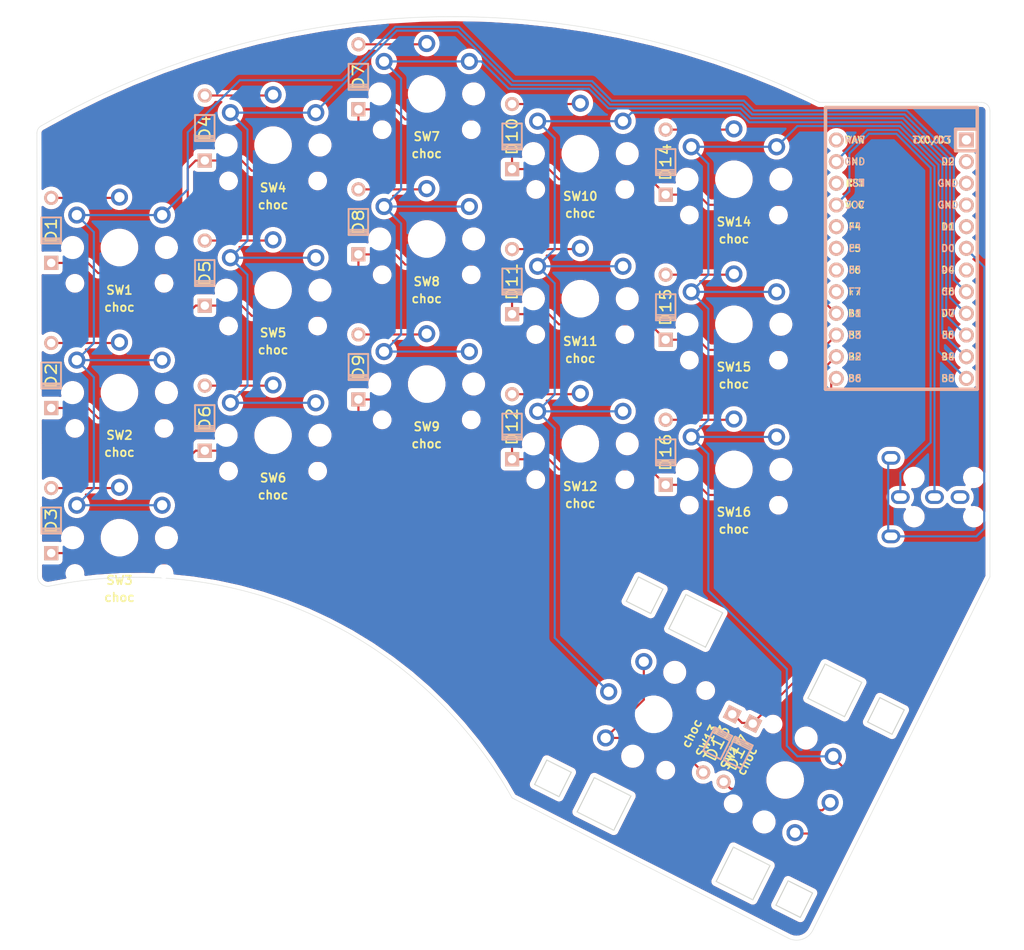
<source format=kicad_pcb>
(kicad_pcb (version 20171130) (host pcbnew 5.1.5)
  (layers (0 F.Cu signal) (31 B.Cu signal) (34 B.Paste user) (35 F.Paste user) (36 B.SilkS user) (37 F.SilkS user) (38 B.Mask user) (39 F.Mask user) (44 Edge.Cuts user))
  (net 0 "")
  (net 1 "Net-(D1-Pad2)")
  (net 2 "Net-(D2-Pad2)")
  (net 3 "Net-(D3-Pad2)")
  (net 4 "Net-(D5-Pad2)")
  (net 5 "Net-(D6-Pad2)")
  (net 6 "Net-(D7-Pad2)")
  (net 7 ROW2)
  (net 8 "Net-(D10-Pad2)")
  (net 9 "Net-(D11-Pad2)")
  (net 10 "Net-(D12-Pad2)")
  (net 11 "Net-(D15-Pad2)")
  (net 12 "Net-(D16-Pad2)")
  (net 13 "Net-(D17-Pad2)")
  (net 14 ROW1)
  (net 15 ROW3)
  (net 16 COL0)
  (net 17 COL1)
  (net 18 COL2)
  (net 19 COL3)
  (net 20 COL4)
  (net 21 ROW0)
  (net 22 SDA)
  (net 23 "Net-(D4-Pad2)")
  (net 24 "Net-(D8-Pad2)")
  (net 25 "Net-(D9-Pad2)")
  (net 26 "Net-(D13-Pad2)")
  (net 27 "Net-(D14-Pad2)")
  (net 28 "Net-(U1-Pad3)")
  (net 29 "Net-(U1-Pad2)")
  (module footprints:promicro (layer B.Cu) (at 125.62 45.37 270)
    (fp_text reference U2 hide)
    (fp_text value ProMicro hide)
    (fp_text user ST (at -8.91 5.04 180) (layer F.SilkS) (effects (font (size 0.8 0.8))))
    (fp_text user TX0/D3 (at -13.97 -3.571872 180) (layer B.SilkS) (effects (font (size 0.8 0.8)) (justify mirror)))
    (fp_text user TX0/D3 (at -13.97 -3.571872 180) (layer F.SilkS) (effects (font (size 0.8 0.8))))
    (fp_text user D2 (at -11.43 -5.461 180) (layer B.SilkS) (effects (font (size 0.8 0.8)) (justify mirror)))
    (fp_text user D0 (at -1.27 -5.461 180) (layer B.SilkS) (effects (font (size 0.8 0.8)) (justify mirror)))
    (fp_text user D1 (at -3.81 -5.461 180) (layer B.SilkS) (effects (font (size 0.8 0.8)) (justify mirror)))
    (fp_text user GND (at -6.35 -5.461 180) (layer B.SilkS) (effects (font (size 0.8 0.8)) (justify mirror)))
    (fp_text user GND (at -8.89 -5.461 180) (layer B.SilkS) (effects (font (size 0.8 0.8)) (justify mirror)))
    (fp_text user D4 (at 1.27 -5.461 180) (layer B.SilkS) (effects (font (size 0.8 0.8)) (justify mirror)))
    (fp_text user C6 (at 3.81 -5.461 180) (layer B.SilkS) (effects (font (size 0.8 0.8)) (justify mirror)))
    (fp_text user D7 (at 6.35 -5.461 180) (layer B.SilkS) (effects (font (size 0.8 0.8)) (justify mirror)))
    (fp_text user E6 (at 8.89 -5.461 180) (layer B.SilkS) (effects (font (size 0.8 0.8)) (justify mirror)))
    (fp_text user B4 (at 11.43 -5.461 180) (layer B.SilkS) (effects (font (size 0.8 0.8)) (justify mirror)))
    (fp_text user B5 (at 13.97 -5.461 180) (layer B.SilkS) (effects (font (size 0.8 0.8)) (justify mirror)))
    (fp_text user B6 (at 13.97 5.461 180) (layer B.SilkS) (effects (font (size 0.8 0.8)) (justify mirror)))
    (fp_text user B2 (at 11.43 5.461 180) (layer F.SilkS) (effects (font (size 0.8 0.8))))
    (fp_text user B3 (at 8.89 5.461 180) (layer B.SilkS) (effects (font (size 0.8 0.8)) (justify mirror)))
    (fp_text user B1 (at 6.35 5.461 180) (layer B.SilkS) (effects (font (size 0.8 0.8)) (justify mirror)))
    (fp_text user F7 (at 3.81 5.461 180) (layer F.SilkS) (effects (font (size 0.8 0.8))))
    (fp_text user F6 (at 1.27 5.461 180) (layer F.SilkS) (effects (font (size 0.8 0.8))))
    (fp_text user F5 (at -1.27 5.461 180) (layer F.SilkS) (effects (font (size 0.8 0.8))))
    (fp_text user F4 (at -3.81 5.461 180) (layer B.SilkS) (effects (font (size 0.8 0.8)) (justify mirror)))
    (fp_text user VCC (at -6.35 5.461 180) (layer B.SilkS) (effects (font (size 0.8 0.8)) (justify mirror)))
    (fp_text user ST (at -8.92 5.73312 180) (layer B.SilkS) (effects (font (size 0.8 0.8)) (justify mirror)))
    (fp_text user GND (at -11.43 5.461 180) (layer B.SilkS) (effects (font (size 0.8 0.8)) (justify mirror)))
    (fp_text user RAW (at -13.97 5.461 180) (layer B.SilkS) (effects (font (size 0.8 0.8)) (justify mirror)))
    (fp_text user RAW (at -13.97 5.461 180) (layer F.SilkS) (effects (font (size 0.8 0.8))))
    (fp_text user GND (at -11.43 5.461 180) (layer F.SilkS) (effects (font (size 0.8 0.8))))
    (fp_text user VCC (at -6.35 5.461 180) (layer F.SilkS) (effects (font (size 0.8 0.8))))
    (fp_text user F4 (at -3.81 5.461 180) (layer F.SilkS) (effects (font (size 0.8 0.8))))
    (fp_text user F5 (at -1.27 5.461 180) (layer B.SilkS) (effects (font (size 0.8 0.8)) (justify mirror)))
    (fp_text user F6 (at 1.27 5.461 180) (layer B.SilkS) (effects (font (size 0.8 0.8)) (justify mirror)))
    (fp_text user F7 (at 3.81 5.461 180) (layer B.SilkS) (effects (font (size 0.8 0.8)) (justify mirror)))
    (fp_text user B1 (at 6.35 5.461 180) (layer F.SilkS) (effects (font (size 0.8 0.8))))
    (fp_text user B3 (at 8.89 5.461 180) (layer F.SilkS) (effects (font (size 0.8 0.8))))
    (fp_text user B2 (at 11.43 5.461 180) (layer B.SilkS) (effects (font (size 0.8 0.8)) (justify mirror)))
    (fp_text user B6 (at 13.97 5.461 180) (layer F.SilkS) (effects (font (size 0.8 0.8))))
    (fp_text user B5 (at 13.97 -5.461 180) (layer F.SilkS) (effects (font (size 0.8 0.8))))
    (fp_text user B4 (at 11.43 -5.461 180) (layer F.SilkS) (effects (font (size 0.8 0.8))))
    (fp_text user E6 (at 8.89 -5.461 180) (layer F.SilkS) (effects (font (size 0.8 0.8))))
    (fp_text user D7 (at 6.35 -5.461 180) (layer F.SilkS) (effects (font (size 0.8 0.8))))
    (fp_text user C6 (at 3.81 -5.461 180) (layer F.SilkS) (effects (font (size 0.8 0.8))))
    (fp_text user D4 (at 1.27 -5.461 180) (layer F.SilkS) (effects (font (size 0.8 0.8))))
    (fp_text user GND (at -8.89 -5.461 180) (layer F.SilkS) (effects (font (size 0.8 0.8))))
    (fp_text user GND (at -6.35 -5.461 180) (layer F.SilkS) (effects (font (size 0.8 0.8))))
    (fp_text user D1 (at -3.81 -5.461 180) (layer F.SilkS) (effects (font (size 0.8 0.8))))
    (fp_text user D0 (at -1.27 -5.461 180) (layer F.SilkS) (effects (font (size 0.8 0.8))))
    (fp_text user D2 (at -11.43 -5.461 180) (layer F.SilkS) (effects (font (size 0.8 0.8))))
    (pad 24 thru_hole circle (at -13.97 7.62 270) (size 1.7526 1.7526) (drill 1.0922) (layers *.Cu *.SilkS *.Mask))
    (pad 12 thru_hole circle (at 13.97 -7.62 270) (size 1.7526 1.7526) (drill 1.0922) (layers *.Cu *.SilkS *.Mask) (net 20 COL4))
    (pad 23 thru_hole circle (at -11.43 7.62 270) (size 1.7526 1.7526) (drill 1.0922) (layers *.Cu *.SilkS *.Mask) (net 28 "Net-(U1-Pad3)"))
    (pad 22 thru_hole circle (at -8.89 7.62 270) (size 1.7526 1.7526) (drill 1.0922) (layers *.Cu *.SilkS *.Mask))
    (pad 21 thru_hole circle (at -6.35 7.62 270) (size 1.7526 1.7526) (drill 1.0922) (layers *.Cu *.SilkS *.Mask) (net 29 "Net-(U1-Pad2)"))
    (pad 20 thru_hole circle (at -3.81 7.62 270) (size 1.7526 1.7526) (drill 1.0922) (layers *.Cu *.SilkS *.Mask))
    (pad 19 thru_hole circle (at -1.27 7.62 270) (size 1.7526 1.7526) (drill 1.0922) (layers *.Cu *.SilkS *.Mask))
    (pad 18 thru_hole circle (at 1.27 7.62 270) (size 1.7526 1.7526) (drill 1.0922) (layers *.Cu *.SilkS *.Mask))
    (pad 17 thru_hole circle (at 3.81 7.62 270) (size 1.7526 1.7526) (drill 1.0922) (layers *.Cu *.SilkS *.Mask))
    (pad 16 thru_hole circle (at 6.35 7.62 270) (size 1.7526 1.7526) (drill 1.0922) (layers *.Cu *.SilkS *.Mask) (net 21 ROW0))
    (pad 15 thru_hole circle (at 8.89 7.62 270) (size 1.7526 1.7526) (drill 1.0922) (layers *.Cu *.SilkS *.Mask) (net 14 ROW1))
    (pad 14 thru_hole circle (at 11.43 7.62 270) (size 1.7526 1.7526) (drill 1.0922) (layers *.Cu *.SilkS *.Mask) (net 7 ROW2))
    (pad 13 thru_hole circle (at 13.97 7.62 270) (size 1.7526 1.7526) (drill 1.0922) (layers *.Cu *.SilkS *.Mask) (net 15 ROW3))
    (pad 11 thru_hole circle (at 11.43 -7.62 270) (size 1.7526 1.7526) (drill 1.0922) (layers *.Cu *.SilkS *.Mask) (net 19 COL3))
    (pad 10 thru_hole circle (at 8.89 -7.62 270) (size 1.7526 1.7526) (drill 1.0922) (layers *.Cu *.SilkS *.Mask) (net 18 COL2))
    (pad 9 thru_hole circle (at 6.35 -7.62 270) (size 1.7526 1.7526) (drill 1.0922) (layers *.Cu *.SilkS *.Mask) (net 17 COL1))
    (pad 8 thru_hole circle (at 3.81 -7.62 270) (size 1.7526 1.7526) (drill 1.0922) (layers *.Cu *.SilkS *.Mask) (net 16 COL0))
    (pad 7 thru_hole circle (at 1.27 -7.62 270) (size 1.7526 1.7526) (drill 1.0922) (layers *.Cu *.SilkS *.Mask))
    (pad 6 thru_hole circle (at -1.27 -7.62 270) (size 1.7526 1.7526) (drill 1.0922) (layers *.Cu *.SilkS *.Mask) (net 22 SDA))
    (pad 5 thru_hole circle (at -3.81 -7.62 270) (size 1.7526 1.7526) (drill 1.0922) (layers *.Cu *.SilkS *.Mask))
    (pad 4 thru_hole circle (at -6.35 -7.62 270) (size 1.7526 1.7526) (drill 1.0922) (layers *.Cu *.SilkS *.Mask))
    (pad 3 thru_hole circle (at -8.89 -7.62 270) (size 1.7526 1.7526) (drill 1.0922) (layers *.Cu *.SilkS *.Mask))
    (pad 2 thru_hole circle (at -11.43 -7.62 270) (size 1.7526 1.7526) (drill 1.0922) (layers *.Cu *.SilkS *.Mask))
    (pad 1 thru_hole rect (at -13.97 -7.62 270) (size 1.7526 1.7526) (drill 1.0922) (layers *.Cu *.SilkS *.Mask))
  )
  (module footprints:trrs (layer B.Cu) (at 135.7 73.25 90)
    (fp_text reference U1)
    (fp_text value TRRS)
    (pad 3 thru_hole oval (at 0 -6.2 90) (size 1.6 2.2) (drill oval 0.9 1.5) (layers *.Cu *.Mask) (net 28 "Net-(U1-Pad3)"))
    (pad "" np_thru_hole circle (at -2.3 -1.6 90) (size 1.5 1.5) (drill 1.5) (layers *.Cu *.Mask))
    (pad "" np_thru_hole circle (at -2.3 -8.6 90) (size 1.5 1.5) (drill 1.5) (layers *.Cu *.Mask))
    (pad 4 thru_hole oval (at 0 -3.2 90) (size 1.6 2.2) (drill oval 0.9 1.5) (layers *.Cu *.Mask))
    (pad 2 thru_hole oval (at 0 -10.2 90) (size 1.6 2.2) (drill oval 0.9 1.5) (layers *.Cu *.Mask) (net 29 "Net-(U1-Pad2)"))
    (pad 1 thru_hole oval (at -4.6 -11.3 90) (size 1.6 2.2) (drill oval 0.9 1.5) (layers *.Cu *.Mask) (net 22 SDA))
    (pad 1 thru_hole oval (at 4.6 -11.3 90) (size 1.6 2.2) (drill oval 0.9 1.5) (layers *.Cu *.Mask) (net 22 SDA))
    (pad "" np_thru_hole circle (at 2.3 -1.6 90) (size 1.5 1.5) (drill 1.5) (layers *.Cu *.Mask))
    (pad "" np_thru_hole circle (at 2.3 -8.6 90) (size 1.5 1.5) (drill 1.5) (layers *.Cu *.Mask))
  )
  (module footprints:choc-2 (layer F.Cu) (at 112 106.4 243.4)
    (fp_text reference SW17 (at 0 7 243.4) (layer F.SilkS) (effects (font (thickness 0.2))))
    (fp_text value choc (at 0 5 243.4) (layer F.SilkS) (effects (font (thickness 0.2))))
    (fp_line (start -9.75 1.9) (end -9.75 -2.9) (layer Edge.Cuts) (width 0.12))
    (fp_line (start -13.6 -8.8) (end -13.6 -5.6) (layer Edge.Cuts) (width 0.12))
    (fp_line (start -14.25 1.9) (end -9.75 1.9) (layer Edge.Cuts) (width 0.12))
    (fp_line (start -13.6 -8.8) (end -10.4 -8.8) (layer Edge.Cuts) (width 0.12))
    (fp_line (start -13.6 -5.6) (end -10.4 -5.6) (layer Edge.Cuts) (width 0.12))
    (fp_line (start -10.4 -5.6) (end -10.4 -8.8) (layer Edge.Cuts) (width 0.12))
    (fp_line (start -14.25 -2.9) (end -14.25 1.9) (layer Edge.Cuts) (width 0.12))
    (fp_line (start -14.25 -2.9) (end -9.75 -2.9) (layer Edge.Cuts) (width 0.12))
    (fp_line (start 13.6 -5.6) (end 13.6 -8.8) (layer Edge.Cuts) (width 0.12))
    (fp_line (start 10.4 -8.8) (end 10.4 -5.6) (layer Edge.Cuts) (width 0.12))
    (fp_line (start 10.4 -5.6) (end 13.6 -5.6) (layer Edge.Cuts) (width 0.12))
    (fp_line (start 10.4 -8.8) (end 13.6 -8.8) (layer Edge.Cuts) (width 0.12))
    (fp_line (start 9.75 -2.9) (end 9.75 1.9) (layer Edge.Cuts) (width 0.12))
    (fp_line (start 14.25 1.9) (end 14.25 -2.9) (layer Edge.Cuts) (width 0.12))
    (fp_line (start 9.75 -2.9) (end 14.25 -2.9) (layer Edge.Cuts) (width 0.12))
    (fp_line (start 9.75 1.9) (end 14.25 1.9) (layer Edge.Cuts) (width 0.12))
    (pad 2 thru_hole circle (at -5 -3.8 243.4) (size 2 2) (drill 1.2) (layers *.Cu *.Mask) (net 20 COL4))
    (pad 2 thru_hole circle (at 5 -3.8 243.4) (size 2 2) (drill 1.2) (layers *.Cu *.Mask) (net 20 COL4))
    (pad 1 thru_hole circle (at 0 -5.9 243.4) (size 2 2) (drill 1.2) (layers *.Cu *.Mask) (net 13 "Net-(D17-Pad2)"))
    (pad "" np_thru_hole circle (at 5.5 0 243.4) (size 1.7 1.7) (drill 1.7) (layers *.Cu *.Mask))
    (pad "" np_thru_hole circle (at -5.5 0 243.4) (size 1.7 1.7) (drill 1.7) (layers *.Cu *.Mask))
    (pad "" np_thru_hole circle (at 5.22 4.2 243.4) (size 1.2 1.2) (drill 1.2) (layers *.Cu *.Mask))
    (pad "" np_thru_hole circle (at -5.22 4.2 243.4) (size 1.2 1.2) (drill 1.2) (layers *.Cu *.Mask))
    (pad "" np_thru_hole circle (at 0 0 243.4) (size 3.4 3.4) (drill 3.4) (layers *.Cu *.Mask))
  )
  (module footprints:choc-1 (layer F.Cu) (at 106 70)
    (fp_text reference SW16 (at 0 5 180) (layer F.SilkS) (effects (font (thickness 0.2))))
    (fp_text value choc (at 0 7 180) (layer F.SilkS) (effects (font (thickness 0.2))))
    (pad 2 thru_hole circle (at 5 -3.8) (size 2 2) (drill 1.2) (layers *.Cu *.Mask) (net 20 COL4))
    (pad 2 thru_hole circle (at -5 -3.8) (size 2 2) (drill 1.2) (layers *.Cu *.Mask) (net 20 COL4))
    (pad 1 thru_hole circle (at 0 -5.9) (size 2 2) (drill 1.2) (layers *.Cu *.Mask) (net 12 "Net-(D16-Pad2)"))
    (pad "" np_thru_hole circle (at 5.5 0) (size 1.7 1.7) (drill 1.7) (layers *.Cu *.Mask))
    (pad "" np_thru_hole circle (at 5.22 4.2) (size 1.2 1.2) (drill 1.2) (layers *.Cu *.Mask))
    (pad "" np_thru_hole circle (at -5.5 0) (size 1.7 1.7) (drill 1.7) (layers *.Cu *.Mask))
    (pad "" np_thru_hole circle (at -5.22 4.2) (size 1.2 1.2) (drill 1.2) (layers *.Cu *.Mask))
    (pad "" np_thru_hole circle (at 0 0) (size 3.4 3.4) (drill 3.4) (layers *.Cu *.Mask))
  )
  (module footprints:choc-1 (layer F.Cu) (at 106 53)
    (fp_text reference SW15 (at 0 5 180) (layer F.SilkS) (effects (font (thickness 0.2))))
    (fp_text value choc (at 0 7 180) (layer F.SilkS) (effects (font (thickness 0.2))))
    (pad 2 thru_hole circle (at 5 -3.8) (size 2 2) (drill 1.2) (layers *.Cu *.Mask) (net 20 COL4))
    (pad 2 thru_hole circle (at -5 -3.8) (size 2 2) (drill 1.2) (layers *.Cu *.Mask) (net 20 COL4))
    (pad 1 thru_hole circle (at 0 -5.9) (size 2 2) (drill 1.2) (layers *.Cu *.Mask) (net 11 "Net-(D15-Pad2)"))
    (pad "" np_thru_hole circle (at 5.5 0) (size 1.7 1.7) (drill 1.7) (layers *.Cu *.Mask))
    (pad "" np_thru_hole circle (at 5.22 4.2) (size 1.2 1.2) (drill 1.2) (layers *.Cu *.Mask))
    (pad "" np_thru_hole circle (at -5.5 0) (size 1.7 1.7) (drill 1.7) (layers *.Cu *.Mask))
    (pad "" np_thru_hole circle (at -5.22 4.2) (size 1.2 1.2) (drill 1.2) (layers *.Cu *.Mask))
    (pad "" np_thru_hole circle (at 0 0) (size 3.4 3.4) (drill 3.4) (layers *.Cu *.Mask))
  )
  (module footprints:choc-1 (layer F.Cu) (at 106 36)
    (fp_text reference SW14 (at 0 5 180) (layer F.SilkS) (effects (font (thickness 0.2))))
    (fp_text value choc (at 0 7 180) (layer F.SilkS) (effects (font (thickness 0.2))))
    (pad 2 thru_hole circle (at 5 -3.8) (size 2 2) (drill 1.2) (layers *.Cu *.Mask) (net 20 COL4))
    (pad 2 thru_hole circle (at -5 -3.8) (size 2 2) (drill 1.2) (layers *.Cu *.Mask) (net 20 COL4))
    (pad 1 thru_hole circle (at 0 -5.9) (size 2 2) (drill 1.2) (layers *.Cu *.Mask) (net 27 "Net-(D14-Pad2)"))
    (pad "" np_thru_hole circle (at 5.5 0) (size 1.7 1.7) (drill 1.7) (layers *.Cu *.Mask))
    (pad "" np_thru_hole circle (at 5.22 4.2) (size 1.2 1.2) (drill 1.2) (layers *.Cu *.Mask))
    (pad "" np_thru_hole circle (at -5.5 0) (size 1.7 1.7) (drill 1.7) (layers *.Cu *.Mask))
    (pad "" np_thru_hole circle (at -5.22 4.2) (size 1.2 1.2) (drill 1.2) (layers *.Cu *.Mask))
    (pad "" np_thru_hole circle (at 0 0) (size 3.4 3.4) (drill 3.4) (layers *.Cu *.Mask))
  )
  (module footprints:choc-2 (layer F.Cu) (at 96.6 98.7 63.4)
    (fp_text reference SW13 (at 0 7 243.4) (layer F.SilkS) (effects (font (thickness 0.2))))
    (fp_text value choc (at 0 5 243.4) (layer F.SilkS) (effects (font (thickness 0.2))))
    (fp_line (start -9.75 1.9) (end -9.75 -2.9) (layer Edge.Cuts) (width 0.12))
    (fp_line (start -13.6 -8.8) (end -13.6 -5.6) (layer Edge.Cuts) (width 0.12))
    (fp_line (start -14.25 1.9) (end -9.75 1.9) (layer Edge.Cuts) (width 0.12))
    (fp_line (start -13.6 -8.8) (end -10.4 -8.8) (layer Edge.Cuts) (width 0.12))
    (fp_line (start -13.6 -5.6) (end -10.4 -5.6) (layer Edge.Cuts) (width 0.12))
    (fp_line (start -10.4 -5.6) (end -10.4 -8.8) (layer Edge.Cuts) (width 0.12))
    (fp_line (start -14.25 -2.9) (end -14.25 1.9) (layer Edge.Cuts) (width 0.12))
    (fp_line (start -14.25 -2.9) (end -9.75 -2.9) (layer Edge.Cuts) (width 0.12))
    (fp_line (start 13.6 -5.6) (end 13.6 -8.8) (layer Edge.Cuts) (width 0.12))
    (fp_line (start 10.4 -8.8) (end 10.4 -5.6) (layer Edge.Cuts) (width 0.12))
    (fp_line (start 10.4 -5.6) (end 13.6 -5.6) (layer Edge.Cuts) (width 0.12))
    (fp_line (start 10.4 -8.8) (end 13.6 -8.8) (layer Edge.Cuts) (width 0.12))
    (fp_line (start 9.75 -2.9) (end 9.75 1.9) (layer Edge.Cuts) (width 0.12))
    (fp_line (start 14.25 1.9) (end 14.25 -2.9) (layer Edge.Cuts) (width 0.12))
    (fp_line (start 9.75 -2.9) (end 14.25 -2.9) (layer Edge.Cuts) (width 0.12))
    (fp_line (start 9.75 1.9) (end 14.25 1.9) (layer Edge.Cuts) (width 0.12))
    (pad 2 thru_hole circle (at -5 -3.8 63.4) (size 2 2) (drill 1.2) (layers *.Cu *.Mask) (net 26 "Net-(D13-Pad2)"))
    (pad 2 thru_hole circle (at 5 -3.8 63.4) (size 2 2) (drill 1.2) (layers *.Cu *.Mask) (net 26 "Net-(D13-Pad2)"))
    (pad 1 thru_hole circle (at 0 -5.9 63.4) (size 2 2) (drill 1.2) (layers *.Cu *.Mask) (net 19 COL3))
    (pad "" np_thru_hole circle (at 5.5 0 63.4) (size 1.7 1.7) (drill 1.7) (layers *.Cu *.Mask))
    (pad "" np_thru_hole circle (at -5.5 0 63.4) (size 1.7 1.7) (drill 1.7) (layers *.Cu *.Mask))
    (pad "" np_thru_hole circle (at 5.22 4.2 63.4) (size 1.2 1.2) (drill 1.2) (layers *.Cu *.Mask))
    (pad "" np_thru_hole circle (at -5.22 4.2 63.4) (size 1.2 1.2) (drill 1.2) (layers *.Cu *.Mask))
    (pad "" np_thru_hole circle (at 0 0 63.4) (size 3.4 3.4) (drill 3.4) (layers *.Cu *.Mask))
  )
  (module footprints:choc-1 (layer F.Cu) (at 88 67)
    (fp_text reference SW12 (at 0 5 180) (layer F.SilkS) (effects (font (thickness 0.2))))
    (fp_text value choc (at 0 7 180) (layer F.SilkS) (effects (font (thickness 0.2))))
    (pad 2 thru_hole circle (at 5 -3.8) (size 2 2) (drill 1.2) (layers *.Cu *.Mask) (net 19 COL3))
    (pad 2 thru_hole circle (at -5 -3.8) (size 2 2) (drill 1.2) (layers *.Cu *.Mask) (net 19 COL3))
    (pad 1 thru_hole circle (at 0 -5.9) (size 2 2) (drill 1.2) (layers *.Cu *.Mask) (net 10 "Net-(D12-Pad2)"))
    (pad "" np_thru_hole circle (at 5.5 0) (size 1.7 1.7) (drill 1.7) (layers *.Cu *.Mask))
    (pad "" np_thru_hole circle (at 5.22 4.2) (size 1.2 1.2) (drill 1.2) (layers *.Cu *.Mask))
    (pad "" np_thru_hole circle (at -5.5 0) (size 1.7 1.7) (drill 1.7) (layers *.Cu *.Mask))
    (pad "" np_thru_hole circle (at -5.22 4.2) (size 1.2 1.2) (drill 1.2) (layers *.Cu *.Mask))
    (pad "" np_thru_hole circle (at 0 0) (size 3.4 3.4) (drill 3.4) (layers *.Cu *.Mask))
  )
  (module footprints:choc-1 (layer F.Cu) (at 88 50)
    (fp_text reference SW11 (at 0 5 180) (layer F.SilkS) (effects (font (thickness 0.2))))
    (fp_text value choc (at 0 7 180) (layer F.SilkS) (effects (font (thickness 0.2))))
    (pad 2 thru_hole circle (at 5 -3.8) (size 2 2) (drill 1.2) (layers *.Cu *.Mask) (net 19 COL3))
    (pad 2 thru_hole circle (at -5 -3.8) (size 2 2) (drill 1.2) (layers *.Cu *.Mask) (net 19 COL3))
    (pad 1 thru_hole circle (at 0 -5.9) (size 2 2) (drill 1.2) (layers *.Cu *.Mask) (net 9 "Net-(D11-Pad2)"))
    (pad "" np_thru_hole circle (at 5.5 0) (size 1.7 1.7) (drill 1.7) (layers *.Cu *.Mask))
    (pad "" np_thru_hole circle (at 5.22 4.2) (size 1.2 1.2) (drill 1.2) (layers *.Cu *.Mask))
    (pad "" np_thru_hole circle (at -5.5 0) (size 1.7 1.7) (drill 1.7) (layers *.Cu *.Mask))
    (pad "" np_thru_hole circle (at -5.22 4.2) (size 1.2 1.2) (drill 1.2) (layers *.Cu *.Mask))
    (pad "" np_thru_hole circle (at 0 0) (size 3.4 3.4) (drill 3.4) (layers *.Cu *.Mask))
  )
  (module footprints:choc-1 (layer F.Cu) (at 88 33)
    (fp_text reference SW10 (at 0 5 180) (layer F.SilkS) (effects (font (thickness 0.2))))
    (fp_text value choc (at 0 7 180) (layer F.SilkS) (effects (font (thickness 0.2))))
    (pad 2 thru_hole circle (at 5 -3.8) (size 2 2) (drill 1.2) (layers *.Cu *.Mask) (net 19 COL3))
    (pad 2 thru_hole circle (at -5 -3.8) (size 2 2) (drill 1.2) (layers *.Cu *.Mask) (net 19 COL3))
    (pad 1 thru_hole circle (at 0 -5.9) (size 2 2) (drill 1.2) (layers *.Cu *.Mask) (net 8 "Net-(D10-Pad2)"))
    (pad "" np_thru_hole circle (at 5.5 0) (size 1.7 1.7) (drill 1.7) (layers *.Cu *.Mask))
    (pad "" np_thru_hole circle (at 5.22 4.2) (size 1.2 1.2) (drill 1.2) (layers *.Cu *.Mask))
    (pad "" np_thru_hole circle (at -5.5 0) (size 1.7 1.7) (drill 1.7) (layers *.Cu *.Mask))
    (pad "" np_thru_hole circle (at -5.22 4.2) (size 1.2 1.2) (drill 1.2) (layers *.Cu *.Mask))
    (pad "" np_thru_hole circle (at 0 0) (size 3.4 3.4) (drill 3.4) (layers *.Cu *.Mask))
  )
  (module footprints:choc-1 (layer F.Cu) (at 70 60)
    (fp_text reference SW9 (at 0 5 180) (layer F.SilkS) (effects (font (thickness 0.2))))
    (fp_text value choc (at 0 7 180) (layer F.SilkS) (effects (font (thickness 0.2))))
    (pad 2 thru_hole circle (at 5 -3.8) (size 2 2) (drill 1.2) (layers *.Cu *.Mask) (net 18 COL2))
    (pad 2 thru_hole circle (at -5 -3.8) (size 2 2) (drill 1.2) (layers *.Cu *.Mask) (net 18 COL2))
    (pad 1 thru_hole circle (at 0 -5.9) (size 2 2) (drill 1.2) (layers *.Cu *.Mask) (net 25 "Net-(D9-Pad2)"))
    (pad "" np_thru_hole circle (at 5.5 0) (size 1.7 1.7) (drill 1.7) (layers *.Cu *.Mask))
    (pad "" np_thru_hole circle (at 5.22 4.2) (size 1.2 1.2) (drill 1.2) (layers *.Cu *.Mask))
    (pad "" np_thru_hole circle (at -5.5 0) (size 1.7 1.7) (drill 1.7) (layers *.Cu *.Mask))
    (pad "" np_thru_hole circle (at -5.22 4.2) (size 1.2 1.2) (drill 1.2) (layers *.Cu *.Mask))
    (pad "" np_thru_hole circle (at 0 0) (size 3.4 3.4) (drill 3.4) (layers *.Cu *.Mask))
  )
  (module footprints:choc-1 (layer F.Cu) (at 70 43)
    (fp_text reference SW8 (at 0 5 180) (layer F.SilkS) (effects (font (thickness 0.2))))
    (fp_text value choc (at 0 7 180) (layer F.SilkS) (effects (font (thickness 0.2))))
    (pad 2 thru_hole circle (at 5 -3.8) (size 2 2) (drill 1.2) (layers *.Cu *.Mask) (net 18 COL2))
    (pad 2 thru_hole circle (at -5 -3.8) (size 2 2) (drill 1.2) (layers *.Cu *.Mask) (net 18 COL2))
    (pad 1 thru_hole circle (at 0 -5.9) (size 2 2) (drill 1.2) (layers *.Cu *.Mask) (net 24 "Net-(D8-Pad2)"))
    (pad "" np_thru_hole circle (at 5.5 0) (size 1.7 1.7) (drill 1.7) (layers *.Cu *.Mask))
    (pad "" np_thru_hole circle (at 5.22 4.2) (size 1.2 1.2) (drill 1.2) (layers *.Cu *.Mask))
    (pad "" np_thru_hole circle (at -5.5 0) (size 1.7 1.7) (drill 1.7) (layers *.Cu *.Mask))
    (pad "" np_thru_hole circle (at -5.22 4.2) (size 1.2 1.2) (drill 1.2) (layers *.Cu *.Mask))
    (pad "" np_thru_hole circle (at 0 0) (size 3.4 3.4) (drill 3.4) (layers *.Cu *.Mask))
  )
  (module footprints:choc-1 (layer F.Cu) (at 70 26)
    (fp_text reference SW7 (at 0 5 180) (layer F.SilkS) (effects (font (thickness 0.2))))
    (fp_text value choc (at 0 7 180) (layer F.SilkS) (effects (font (thickness 0.2))))
    (pad 2 thru_hole circle (at 5 -3.8) (size 2 2) (drill 1.2) (layers *.Cu *.Mask) (net 18 COL2))
    (pad 2 thru_hole circle (at -5 -3.8) (size 2 2) (drill 1.2) (layers *.Cu *.Mask) (net 18 COL2))
    (pad 1 thru_hole circle (at 0 -5.9) (size 2 2) (drill 1.2) (layers *.Cu *.Mask) (net 6 "Net-(D7-Pad2)"))
    (pad "" np_thru_hole circle (at 5.5 0) (size 1.7 1.7) (drill 1.7) (layers *.Cu *.Mask))
    (pad "" np_thru_hole circle (at 5.22 4.2) (size 1.2 1.2) (drill 1.2) (layers *.Cu *.Mask))
    (pad "" np_thru_hole circle (at -5.5 0) (size 1.7 1.7) (drill 1.7) (layers *.Cu *.Mask))
    (pad "" np_thru_hole circle (at -5.22 4.2) (size 1.2 1.2) (drill 1.2) (layers *.Cu *.Mask))
    (pad "" np_thru_hole circle (at 0 0) (size 3.4 3.4) (drill 3.4) (layers *.Cu *.Mask))
  )
  (module footprints:choc-1 (layer F.Cu) (at 52 66)
    (fp_text reference SW6 (at 0 5 180) (layer F.SilkS) (effects (font (thickness 0.2))))
    (fp_text value choc (at 0 7 180) (layer F.SilkS) (effects (font (thickness 0.2))))
    (pad 2 thru_hole circle (at 5 -3.8) (size 2 2) (drill 1.2) (layers *.Cu *.Mask) (net 17 COL1))
    (pad 2 thru_hole circle (at -5 -3.8) (size 2 2) (drill 1.2) (layers *.Cu *.Mask) (net 17 COL1))
    (pad 1 thru_hole circle (at 0 -5.9) (size 2 2) (drill 1.2) (layers *.Cu *.Mask) (net 5 "Net-(D6-Pad2)"))
    (pad "" np_thru_hole circle (at 5.5 0) (size 1.7 1.7) (drill 1.7) (layers *.Cu *.Mask))
    (pad "" np_thru_hole circle (at 5.22 4.2) (size 1.2 1.2) (drill 1.2) (layers *.Cu *.Mask))
    (pad "" np_thru_hole circle (at -5.5 0) (size 1.7 1.7) (drill 1.7) (layers *.Cu *.Mask))
    (pad "" np_thru_hole circle (at -5.22 4.2) (size 1.2 1.2) (drill 1.2) (layers *.Cu *.Mask))
    (pad "" np_thru_hole circle (at 0 0) (size 3.4 3.4) (drill 3.4) (layers *.Cu *.Mask))
  )
  (module footprints:choc-1 (layer F.Cu) (at 52 49)
    (fp_text reference SW5 (at 0 5 180) (layer F.SilkS) (effects (font (thickness 0.2))))
    (fp_text value choc (at 0 7 180) (layer F.SilkS) (effects (font (thickness 0.2))))
    (pad 2 thru_hole circle (at 5 -3.8) (size 2 2) (drill 1.2) (layers *.Cu *.Mask) (net 17 COL1))
    (pad 2 thru_hole circle (at -5 -3.8) (size 2 2) (drill 1.2) (layers *.Cu *.Mask) (net 17 COL1))
    (pad 1 thru_hole circle (at 0 -5.9) (size 2 2) (drill 1.2) (layers *.Cu *.Mask) (net 4 "Net-(D5-Pad2)"))
    (pad "" np_thru_hole circle (at 5.5 0) (size 1.7 1.7) (drill 1.7) (layers *.Cu *.Mask))
    (pad "" np_thru_hole circle (at 5.22 4.2) (size 1.2 1.2) (drill 1.2) (layers *.Cu *.Mask))
    (pad "" np_thru_hole circle (at -5.5 0) (size 1.7 1.7) (drill 1.7) (layers *.Cu *.Mask))
    (pad "" np_thru_hole circle (at -5.22 4.2) (size 1.2 1.2) (drill 1.2) (layers *.Cu *.Mask))
    (pad "" np_thru_hole circle (at 0 0) (size 3.4 3.4) (drill 3.4) (layers *.Cu *.Mask))
  )
  (module footprints:choc-1 (layer F.Cu) (at 52 32)
    (fp_text reference SW4 (at 0 5 180) (layer F.SilkS) (effects (font (thickness 0.2))))
    (fp_text value choc (at 0 7 180) (layer F.SilkS) (effects (font (thickness 0.2))))
    (pad 2 thru_hole circle (at 5 -3.8) (size 2 2) (drill 1.2) (layers *.Cu *.Mask) (net 17 COL1))
    (pad 2 thru_hole circle (at -5 -3.8) (size 2 2) (drill 1.2) (layers *.Cu *.Mask) (net 17 COL1))
    (pad 1 thru_hole circle (at 0 -5.9) (size 2 2) (drill 1.2) (layers *.Cu *.Mask) (net 23 "Net-(D4-Pad2)"))
    (pad "" np_thru_hole circle (at 5.5 0) (size 1.7 1.7) (drill 1.7) (layers *.Cu *.Mask))
    (pad "" np_thru_hole circle (at 5.22 4.2) (size 1.2 1.2) (drill 1.2) (layers *.Cu *.Mask))
    (pad "" np_thru_hole circle (at -5.5 0) (size 1.7 1.7) (drill 1.7) (layers *.Cu *.Mask))
    (pad "" np_thru_hole circle (at -5.22 4.2) (size 1.2 1.2) (drill 1.2) (layers *.Cu *.Mask))
    (pad "" np_thru_hole circle (at 0 0) (size 3.4 3.4) (drill 3.4) (layers *.Cu *.Mask))
  )
  (module footprints:choc-1 (layer F.Cu) (at 34 78)
    (fp_text reference SW3 (at 0 5 180) (layer F.SilkS) (effects (font (thickness 0.2))))
    (fp_text value choc (at 0 7 180) (layer F.SilkS) (effects (font (thickness 0.2))))
    (pad 2 thru_hole circle (at 5 -3.8) (size 2 2) (drill 1.2) (layers *.Cu *.Mask) (net 16 COL0))
    (pad 2 thru_hole circle (at -5 -3.8) (size 2 2) (drill 1.2) (layers *.Cu *.Mask) (net 16 COL0))
    (pad 1 thru_hole circle (at 0 -5.9) (size 2 2) (drill 1.2) (layers *.Cu *.Mask) (net 3 "Net-(D3-Pad2)"))
    (pad "" np_thru_hole circle (at 5.5 0) (size 1.7 1.7) (drill 1.7) (layers *.Cu *.Mask))
    (pad "" np_thru_hole circle (at 5.22 4.2) (size 1.2 1.2) (drill 1.2) (layers *.Cu *.Mask))
    (pad "" np_thru_hole circle (at -5.5 0) (size 1.7 1.7) (drill 1.7) (layers *.Cu *.Mask))
    (pad "" np_thru_hole circle (at -5.22 4.2) (size 1.2 1.2) (drill 1.2) (layers *.Cu *.Mask))
    (pad "" np_thru_hole circle (at 0 0) (size 3.4 3.4) (drill 3.4) (layers *.Cu *.Mask))
  )
  (module footprints:choc-1 (layer F.Cu) (at 34 61)
    (fp_text reference SW2 (at 0 5 180) (layer F.SilkS) (effects (font (thickness 0.2))))
    (fp_text value choc (at 0 7 180) (layer F.SilkS) (effects (font (thickness 0.2))))
    (pad 2 thru_hole circle (at 5 -3.8) (size 2 2) (drill 1.2) (layers *.Cu *.Mask) (net 16 COL0))
    (pad 2 thru_hole circle (at -5 -3.8) (size 2 2) (drill 1.2) (layers *.Cu *.Mask) (net 16 COL0))
    (pad 1 thru_hole circle (at 0 -5.9) (size 2 2) (drill 1.2) (layers *.Cu *.Mask) (net 2 "Net-(D2-Pad2)"))
    (pad "" np_thru_hole circle (at 5.5 0) (size 1.7 1.7) (drill 1.7) (layers *.Cu *.Mask))
    (pad "" np_thru_hole circle (at 5.22 4.2) (size 1.2 1.2) (drill 1.2) (layers *.Cu *.Mask))
    (pad "" np_thru_hole circle (at -5.5 0) (size 1.7 1.7) (drill 1.7) (layers *.Cu *.Mask))
    (pad "" np_thru_hole circle (at -5.22 4.2) (size 1.2 1.2) (drill 1.2) (layers *.Cu *.Mask))
    (pad "" np_thru_hole circle (at 0 0) (size 3.4 3.4) (drill 3.4) (layers *.Cu *.Mask))
  )
  (module footprints:choc-1 (layer F.Cu) (at 34 44)
    (fp_text reference SW1 (at 0 5 180) (layer F.SilkS) (effects (font (thickness 0.2))))
    (fp_text value choc (at 0 7 180) (layer F.SilkS) (effects (font (thickness 0.2))))
    (pad 2 thru_hole circle (at 5 -3.8) (size 2 2) (drill 1.2) (layers *.Cu *.Mask) (net 16 COL0))
    (pad 2 thru_hole circle (at -5 -3.8) (size 2 2) (drill 1.2) (layers *.Cu *.Mask) (net 16 COL0))
    (pad 1 thru_hole circle (at 0 -5.9) (size 2 2) (drill 1.2) (layers *.Cu *.Mask) (net 1 "Net-(D1-Pad2)"))
    (pad "" np_thru_hole circle (at 5.5 0) (size 1.7 1.7) (drill 1.7) (layers *.Cu *.Mask))
    (pad "" np_thru_hole circle (at 5.22 4.2) (size 1.2 1.2) (drill 1.2) (layers *.Cu *.Mask))
    (pad "" np_thru_hole circle (at -5.5 0) (size 1.7 1.7) (drill 1.7) (layers *.Cu *.Mask))
    (pad "" np_thru_hole circle (at -5.22 4.2) (size 1.2 1.2) (drill 1.2) (layers *.Cu *.Mask))
    (pad "" np_thru_hole circle (at 0 0) (size 3.4 3.4) (drill 3.4) (layers *.Cu *.Mask))
  )
  (module footprints:diode (layer F.Cu) (at 106.5 103.2 63.4)
    (fp_text reference D17 (at 0 0 63.4) (layer F.SilkS) (effects (font (size 1.27 1.524) (thickness 0.2032))))
    (fp_text value D hide)
    (pad 1 thru_hole rect (at 3.81 0 63.4) (size 1.651 1.651) (drill 0.9906) (layers *.Cu *.SilkS *.Mask) (net 15 ROW3))
    (pad 2 thru_hole circle (at -3.81 0 63.4) (size 1.651 1.651) (drill 0.9906) (layers *.Cu *.SilkS *.Mask) (net 13 "Net-(D17-Pad2)"))
  )
  (module footprints:diode (layer F.Cu) (at 98 68 270)
    (fp_text reference D16 (at 0 0 90) (layer F.SilkS) (effects (font (size 1.27 1.524) (thickness 0.2032))))
    (fp_text value D hide)
    (pad 1 thru_hole rect (at 3.81 0 270) (size 1.651 1.651) (drill 0.9906) (layers *.Cu *.SilkS *.Mask) (net 7 ROW2))
    (pad 2 thru_hole circle (at -3.81 0 270) (size 1.651 1.651) (drill 0.9906) (layers *.Cu *.SilkS *.Mask) (net 12 "Net-(D16-Pad2)"))
  )
  (module footprints:diode (layer F.Cu) (at 98 51 270)
    (fp_text reference D15 (at 0 0 90) (layer F.SilkS) (effects (font (size 1.27 1.524) (thickness 0.2032))))
    (fp_text value D hide)
    (pad 1 thru_hole rect (at 3.81 0 270) (size 1.651 1.651) (drill 0.9906) (layers *.Cu *.SilkS *.Mask) (net 14 ROW1))
    (pad 2 thru_hole circle (at -3.81 0 270) (size 1.651 1.651) (drill 0.9906) (layers *.Cu *.SilkS *.Mask) (net 11 "Net-(D15-Pad2)"))
  )
  (module footprints:diode (layer F.Cu) (at 98 34 270)
    (fp_text reference D14 (at 0 0 90) (layer F.SilkS) (effects (font (size 1.27 1.524) (thickness 0.2032))))
    (fp_text value D hide)
    (pad 1 thru_hole rect (at 3.81 0 270) (size 1.651 1.651) (drill 0.9906) (layers *.Cu *.SilkS *.Mask) (net 21 ROW0))
    (pad 2 thru_hole circle (at -3.81 0 270) (size 1.651 1.651) (drill 0.9906) (layers *.Cu *.SilkS *.Mask) (net 27 "Net-(D14-Pad2)"))
  )
  (module footprints:diode (layer F.Cu) (at 104.1 102.1 63.4)
    (fp_text reference D13 (at 0 0 63.4) (layer F.SilkS) (effects (font (size 1.27 1.524) (thickness 0.2032))))
    (fp_text value D hide)
    (pad 1 thru_hole rect (at 3.81 0 63.4) (size 1.651 1.651) (drill 0.9906) (layers *.Cu *.SilkS *.Mask) (net 15 ROW3))
    (pad 2 thru_hole circle (at -3.81 0 63.4) (size 1.651 1.651) (drill 0.9906) (layers *.Cu *.SilkS *.Mask) (net 26 "Net-(D13-Pad2)"))
  )
  (module footprints:diode (layer F.Cu) (at 80 65 270)
    (fp_text reference D12 (at 0 0 90) (layer F.SilkS) (effects (font (size 1.27 1.524) (thickness 0.2032))))
    (fp_text value D hide)
    (pad 1 thru_hole rect (at 3.81 0 270) (size 1.651 1.651) (drill 0.9906) (layers *.Cu *.SilkS *.Mask) (net 7 ROW2))
    (pad 2 thru_hole circle (at -3.81 0 270) (size 1.651 1.651) (drill 0.9906) (layers *.Cu *.SilkS *.Mask) (net 10 "Net-(D12-Pad2)"))
  )
  (module footprints:diode (layer F.Cu) (at 80 48 270)
    (fp_text reference D11 (at 0 0 90) (layer F.SilkS) (effects (font (size 1.27 1.524) (thickness 0.2032))))
    (fp_text value D hide)
    (pad 1 thru_hole rect (at 3.81 0 270) (size 1.651 1.651) (drill 0.9906) (layers *.Cu *.SilkS *.Mask) (net 14 ROW1))
    (pad 2 thru_hole circle (at -3.81 0 270) (size 1.651 1.651) (drill 0.9906) (layers *.Cu *.SilkS *.Mask) (net 9 "Net-(D11-Pad2)"))
  )
  (module footprints:diode (layer F.Cu) (at 80 31 270)
    (fp_text reference D10 (at 0 0 90) (layer F.SilkS) (effects (font (size 1.27 1.524) (thickness 0.2032))))
    (fp_text value D hide)
    (pad 1 thru_hole rect (at 3.81 0 270) (size 1.651 1.651) (drill 0.9906) (layers *.Cu *.SilkS *.Mask) (net 21 ROW0))
    (pad 2 thru_hole circle (at -3.81 0 270) (size 1.651 1.651) (drill 0.9906) (layers *.Cu *.SilkS *.Mask) (net 8 "Net-(D10-Pad2)"))
  )
  (module footprints:diode (layer F.Cu) (at 62 58 270)
    (fp_text reference D9 (at 0 0 90) (layer F.SilkS) (effects (font (size 1.27 1.524) (thickness 0.2032))))
    (fp_text value D hide)
    (pad 1 thru_hole rect (at 3.81 0 270) (size 1.651 1.651) (drill 0.9906) (layers *.Cu *.SilkS *.Mask) (net 7 ROW2))
    (pad 2 thru_hole circle (at -3.81 0 270) (size 1.651 1.651) (drill 0.9906) (layers *.Cu *.SilkS *.Mask) (net 25 "Net-(D9-Pad2)"))
  )
  (module footprints:diode (layer F.Cu) (at 62 41 270)
    (fp_text reference D8 (at 0 0 90) (layer F.SilkS) (effects (font (size 1.27 1.524) (thickness 0.2032))))
    (fp_text value D hide)
    (pad 1 thru_hole rect (at 3.81 0 270) (size 1.651 1.651) (drill 0.9906) (layers *.Cu *.SilkS *.Mask) (net 14 ROW1))
    (pad 2 thru_hole circle (at -3.81 0 270) (size 1.651 1.651) (drill 0.9906) (layers *.Cu *.SilkS *.Mask) (net 24 "Net-(D8-Pad2)"))
  )
  (module footprints:diode (layer F.Cu) (at 62 24 270)
    (fp_text reference D7 (at 0 0 90) (layer F.SilkS) (effects (font (size 1.27 1.524) (thickness 0.2032))))
    (fp_text value D hide)
    (pad 1 thru_hole rect (at 3.81 0 270) (size 1.651 1.651) (drill 0.9906) (layers *.Cu *.SilkS *.Mask) (net 21 ROW0))
    (pad 2 thru_hole circle (at -3.81 0 270) (size 1.651 1.651) (drill 0.9906) (layers *.Cu *.SilkS *.Mask) (net 6 "Net-(D7-Pad2)"))
  )
  (module footprints:diode (layer F.Cu) (at 44 64 270)
    (fp_text reference D6 (at 0 0 90) (layer F.SilkS) (effects (font (size 1.27 1.524) (thickness 0.2032))))
    (fp_text value D hide)
    (pad 1 thru_hole rect (at 3.81 0 270) (size 1.651 1.651) (drill 0.9906) (layers *.Cu *.SilkS *.Mask) (net 7 ROW2))
    (pad 2 thru_hole circle (at -3.81 0 270) (size 1.651 1.651) (drill 0.9906) (layers *.Cu *.SilkS *.Mask) (net 5 "Net-(D6-Pad2)"))
  )
  (module footprints:diode (layer F.Cu) (at 44 47 270)
    (fp_text reference D5 (at 0 0 90) (layer F.SilkS) (effects (font (size 1.27 1.524) (thickness 0.2032))))
    (fp_text value D hide)
    (pad 1 thru_hole rect (at 3.81 0 270) (size 1.651 1.651) (drill 0.9906) (layers *.Cu *.SilkS *.Mask) (net 14 ROW1))
    (pad 2 thru_hole circle (at -3.81 0 270) (size 1.651 1.651) (drill 0.9906) (layers *.Cu *.SilkS *.Mask) (net 4 "Net-(D5-Pad2)"))
  )
  (module footprints:diode (layer F.Cu) (at 44 30 270)
    (fp_text reference D4 (at 0 0 90) (layer F.SilkS) (effects (font (size 1.27 1.524) (thickness 0.2032))))
    (fp_text value D hide)
    (pad 1 thru_hole rect (at 3.81 0 270) (size 1.651 1.651) (drill 0.9906) (layers *.Cu *.SilkS *.Mask) (net 21 ROW0))
    (pad 2 thru_hole circle (at -3.81 0 270) (size 1.651 1.651) (drill 0.9906) (layers *.Cu *.SilkS *.Mask) (net 23 "Net-(D4-Pad2)"))
  )
  (module footprints:diode (layer F.Cu) (at 26 76 270)
    (fp_text reference D3 (at 0 0 90) (layer F.SilkS) (effects (font (size 1.27 1.524) (thickness 0.2032))))
    (fp_text value D hide)
    (pad 1 thru_hole rect (at 3.81 0 270) (size 1.651 1.651) (drill 0.9906) (layers *.Cu *.SilkS *.Mask) (net 7 ROW2))
    (pad 2 thru_hole circle (at -3.81 0 270) (size 1.651 1.651) (drill 0.9906) (layers *.Cu *.SilkS *.Mask) (net 3 "Net-(D3-Pad2)"))
  )
  (module footprints:diode (layer F.Cu) (at 26 59 270)
    (fp_text reference D2 (at 0 0 90) (layer F.SilkS) (effects (font (size 1.27 1.524) (thickness 0.2032))))
    (fp_text value D hide)
    (pad 1 thru_hole rect (at 3.81 0 270) (size 1.651 1.651) (drill 0.9906) (layers *.Cu *.SilkS *.Mask) (net 14 ROW1))
    (pad 2 thru_hole circle (at -3.81 0 270) (size 1.651 1.651) (drill 0.9906) (layers *.Cu *.SilkS *.Mask) (net 2 "Net-(D2-Pad2)"))
  )
  (module footprints:diode (layer F.Cu) (at 26 42 270)
    (fp_text reference D1 (at 0 0 90) (layer F.SilkS) (effects (font (size 1.27 1.524) (thickness 0.2032))))
    (fp_text value D hide)
    (pad 1 thru_hole rect (at 3.81 0 270) (size 1.651 1.651) (drill 0.9906) (layers *.Cu *.SilkS *.Mask) (net 21 ROW0))
    (pad 2 thru_hole circle (at -3.81 0 270) (size 1.651 1.651) (drill 0.9906) (layers *.Cu *.SilkS *.Mask) (net 1 "Net-(D1-Pad2)"))
  )
  (gr_line (start 25.701312 83.703074) (end 25.6 83.7) (layer Edge.Cuts) (width 0.05))
  (gr_arc (start 25.3 30.6) (end 24.905363 29.709398) (angle -66.10123284) (layer Edge.Cuts) (width 0.05))
  (gr_arc (start 25.6 82.5) (end 24.4 82.5) (angle -90) (layer Edge.Cuts) (width 0.05))
  (gr_line (start 24.32588 30.599999) (end 24.4 82.5) (layer Edge.Cuts) (width 0.05))
  (gr_arc (start 113.342023 123.018911) (end 112.342024 124.91891) (angle -93.53079528) (layer Edge.Cuts) (width 0.05))
  (gr_arc (start 135 28) (end 136 28) (angle -90) (layer Edge.Cuts) (width 0.05))
  (gr_arc (start 36 133) (end 79.999999 108.500001) (angle -72.69017094) (layer Edge.Cuts) (width 0.05))
  (gr_line (start 116 27) (end 135 27) (layer Edge.Cuts) (width 0.05))
  (gr_arc (start 73 114) (end 116 27) (angle -56.00928778) (layer Edge.Cuts) (width 0.05))
  (gr_line (start 80 108.5) (end 112.342024 124.91891) (layer Edge.Cuts) (width 0.05))
  (gr_line (start 136 82.6) (end 136 28) (layer Edge.Cuts) (width 0.05))
  (gr_line (start 115.3 123.9) (end 136 82.6) (layer Edge.Cuts) (width 0.05))
  (segment (start 33.91 38.19) (end 34 38.1) (width 0.25) (layer F.Cu) (net 1))
  (segment (start 26 38.19) (end 33.91 38.19) (width 0.25) (layer F.Cu) (net 1))
  (segment (start 33.91 55.19) (end 34 55.1) (width 0.25) (layer F.Cu) (net 2))
  (segment (start 26 55.19) (end 33.91 55.19) (width 0.25) (layer F.Cu) (net 2))
  (segment (start 33.91 72.19) (end 34 72.1) (width 0.25) (layer F.Cu) (net 3))
  (segment (start 26 72.19) (end 33.91 72.19) (width 0.25) (layer F.Cu) (net 3))
  (segment (start 51.91 43.19) (end 52 43.1) (width 0.25) (layer F.Cu) (net 4))
  (segment (start 44 43.19) (end 51.91 43.19) (width 0.25) (layer F.Cu) (net 4))
  (segment (start 51.91 60.19) (end 52 60.1) (width 0.25) (layer F.Cu) (net 5))
  (segment (start 44 60.19) (end 51.91 60.19) (width 0.25) (layer F.Cu) (net 5))
  (segment (start 69.91 20.19) (end 70 20.1) (width 0.25) (layer F.Cu) (net 6))
  (segment (start 62 20.19) (end 69.91 20.19) (width 0.25) (layer F.Cu) (net 6))
  (segment (start 48.31 67.81) (end 49.5 69) (width 0.25) (layer F.Cu) (net 7))
  (segment (start 30.31 79.81) (end 31.5 81) (width 0.25) (layer F.Cu) (net 7))
  (segment (start 26 79.81) (end 30.31 79.81) (width 0.25) (layer F.Cu) (net 7))
  (segment (start 44 67.81) (end 48.31 67.81) (width 0.25) (layer F.Cu) (net 7))
  (segment (start 49.5 69) (end 58 69) (width 0.25) (layer F.Cu) (net 7))
  (segment (start 62 65) (end 58 69) (width 0.25) (layer F.Cu) (net 7))
  (segment (start 62 61.81) (end 62 65) (width 0.25) (layer F.Cu) (net 7))
  (segment (start 67.5 63) (end 76.5 63) (width 0.25) (layer F.Cu) (net 7))
  (segment (start 42.9245 67.81) (end 44 67.81) (width 0.25) (layer F.Cu) (net 7))
  (segment (start 42 68.7345) (end 42.9245 67.81) (width 0.25) (layer F.Cu) (net 7))
  (segment (start 42 79) (end 42 68.7345) (width 0.25) (layer F.Cu) (net 7))
  (segment (start 80 66.5) (end 80 68.81) (width 0.25) (layer F.Cu) (net 7))
  (segment (start 66.31 61.81) (end 67.5 63) (width 0.25) (layer F.Cu) (net 7))
  (segment (start 62 61.81) (end 66.31 61.81) (width 0.25) (layer F.Cu) (net 7))
  (segment (start 76.5 63) (end 80 66.5) (width 0.25) (layer F.Cu) (net 7))
  (segment (start 40 81) (end 42 79) (width 0.25) (layer F.Cu) (net 7))
  (segment (start 31.5 81) (end 40 81) (width 0.25) (layer F.Cu) (net 7))
  (segment (start 96.19 70) (end 98 71.81) (width 0.25) (layer F.Cu) (net 7))
  (segment (start 85.5 70) (end 96.19 70) (width 0.25) (layer F.Cu) (net 7))
  (segment (start 80 68.81) (end 84.31 68.81) (width 0.25) (layer F.Cu) (net 7))
  (segment (start 84.31 68.81) (end 85.5 70) (width 0.25) (layer F.Cu) (net 7))
  (segment (start 103 73) (end 114 73) (width 0.25) (layer F.Cu) (net 7))
  (segment (start 98 71.81) (end 101.81 71.81) (width 0.25) (layer F.Cu) (net 7))
  (segment (start 101.81 71.81) (end 103 73) (width 0.25) (layer F.Cu) (net 7))
  (segment (start 115.85 58.87) (end 117.92 56.8) (width 0.25) (layer F.Cu) (net 7))
  (segment (start 114 73) (end 115.85 71.15) (width 0.25) (layer F.Cu) (net 7))
  (segment (start 115.85 71.15) (end 115.85 58.87) (width 0.25) (layer F.Cu) (net 7))
  (segment (start 87.91 27.19) (end 88 27.1) (width 0.25) (layer F.Cu) (net 8))
  (segment (start 80 27.19) (end 87.91 27.19) (width 0.25) (layer F.Cu) (net 8))
  (segment (start 87.91 44.19) (end 88 44.1) (width 0.25) (layer F.Cu) (net 9))
  (segment (start 80 44.19) (end 87.91 44.19) (width 0.25) (layer F.Cu) (net 9))
  (segment (start 87.91 61.19) (end 88 61.1) (width 0.25) (layer F.Cu) (net 10))
  (segment (start 80 61.19) (end 87.91 61.19) (width 0.25) (layer F.Cu) (net 10))
  (segment (start 105.91 47.19) (end 106 47.1) (width 0.25) (layer F.Cu) (net 11))
  (segment (start 98 47.19) (end 105.91 47.19) (width 0.25) (layer F.Cu) (net 11))
  (segment (start 105.91 64.19) (end 106 64.1) (width 0.25) (layer F.Cu) (net 12))
  (segment (start 98 64.19) (end 105.91 64.19) (width 0.25) (layer F.Cu) (net 12))
  (segment (start 116.37551 109.941779) (end 117.27551 109.041779) (width 0.25) (layer F.Cu) (net 13))
  (segment (start 110.341779 109.941779) (end 116.37551 109.941779) (width 0.25) (layer F.Cu) (net 13))
  (segment (start 104.794038 106.606728) (end 105.619537 107.432227) (width 0.25) (layer F.Cu) (net 13))
  (segment (start 107.832227 107.432227) (end 110.341779 109.941779) (width 0.25) (layer F.Cu) (net 13))
  (segment (start 105.619537 107.432227) (end 107.832227 107.432227) (width 0.25) (layer F.Cu) (net 13))
  (segment (start 48.31 50.81) (end 49.5 52) (width 0.25) (layer F.Cu) (net 14))
  (segment (start 30.31 62.81) (end 31.5 64) (width 0.25) (layer F.Cu) (net 14))
  (segment (start 26 62.81) (end 30.31 62.81) (width 0.25) (layer F.Cu) (net 14))
  (segment (start 44 50.81) (end 48.31 50.81) (width 0.25) (layer F.Cu) (net 14))
  (segment (start 49.5 52) (end 58 52) (width 0.25) (layer F.Cu) (net 14))
  (segment (start 62 48) (end 58 52) (width 0.25) (layer F.Cu) (net 14))
  (segment (start 62 44.81) (end 62 48) (width 0.25) (layer F.Cu) (net 14))
  (segment (start 67.5 46) (end 76.5 46) (width 0.25) (layer F.Cu) (net 14))
  (segment (start 42.9245 50.81) (end 44 50.81) (width 0.25) (layer F.Cu) (net 14))
  (segment (start 42 51.7345) (end 42.9245 50.81) (width 0.25) (layer F.Cu) (net 14))
  (segment (start 42 62) (end 42 51.7345) (width 0.25) (layer F.Cu) (net 14))
  (segment (start 80 49.5) (end 80 51.81) (width 0.25) (layer F.Cu) (net 14))
  (segment (start 66.31 44.81) (end 67.5 46) (width 0.25) (layer F.Cu) (net 14))
  (segment (start 62 44.81) (end 66.31 44.81) (width 0.25) (layer F.Cu) (net 14))
  (segment (start 76.5 46) (end 80 49.5) (width 0.25) (layer F.Cu) (net 14))
  (segment (start 40 64) (end 42 62) (width 0.25) (layer F.Cu) (net 14))
  (segment (start 31.5 64) (end 40 64) (width 0.25) (layer F.Cu) (net 14))
  (segment (start 96.19 53) (end 98 54.81) (width 0.25) (layer F.Cu) (net 14))
  (segment (start 85.5 53) (end 96.19 53) (width 0.25) (layer F.Cu) (net 14))
  (segment (start 80 51.81) (end 84.31 51.81) (width 0.25) (layer F.Cu) (net 14))
  (segment (start 84.31 51.81) (end 85.5 53) (width 0.25) (layer F.Cu) (net 14))
  (segment (start 118 54.26) (end 116.26 56) (width 0.25) (layer F.Cu) (net 14))
  (segment (start 103 56) (end 116.26 56) (width 0.25) (layer F.Cu) (net 14))
  (segment (start 98 54.81) (end 101.81 54.81) (width 0.25) (layer F.Cu) (net 14))
  (segment (start 101.81 54.81) (end 103 56) (width 0.25) (layer F.Cu) (net 14))
  (segment (start 117.4 90.559058) (end 117.4 59.94) (width 0.25) (layer F.Cu) (net 15))
  (segment (start 105.84626 98.612798) (end 106.94626 99.712798) (width 0.25) (layer F.Cu) (net 15))
  (segment (start 117.4 59.94) (end 118 59.34) (width 0.25) (layer F.Cu) (net 15))
  (segment (start 108.24626 99.712798) (end 117.4 90.559058) (width 0.25) (layer F.Cu) (net 15))
  (segment (start 106.94626 99.712798) (end 108.24626 99.712798) (width 0.25) (layer F.Cu) (net 15))
  (segment (start 131.770044 47.790044) (end 131.770044 33.547222) (width 0.25) (layer B.Cu) (net 16))
  (segment (start 133.16 49.18) (end 131.770044 47.790044) (width 0.25) (layer B.Cu) (net 16))
  (segment (start 131.8 33.5) (end 126.24997 27.94997) (width 0.25) (layer B.Cu) (net 16))
  (segment (start 29 40.2) (end 39 40.2) (width 0.25) (layer B.Cu) (net 16))
  (segment (start 29 57.2) (end 39 57.2) (width 0.25) (layer B.Cu) (net 16))
  (segment (start 29 74.2) (end 39 74.2) (width 0.25) (layer B.Cu) (net 16))
  (segment (start 31 72.2) (end 29 74.2) (width 0.25) (layer B.Cu) (net 16))
  (segment (start 31 59.2) (end 31 72.2) (width 0.25) (layer B.Cu) (net 16))
  (segment (start 29 57.2) (end 31 59.2) (width 0.25) (layer B.Cu) (net 16))
  (segment (start 108.32279 27.94997) (end 107.1728 26.79998) (width 0.25) (layer B.Cu) (net 16))
  (segment (start 126.24997 27.94997) (end 108.32279 27.94997) (width 0.25) (layer B.Cu) (net 16))
  (segment (start 91.6728 26.79998) (end 89.3728 24.49998) (width 0.25) (layer B.Cu) (net 16))
  (segment (start 107.1728 26.79998) (end 91.6728 26.79998) (width 0.25) (layer B.Cu) (net 16))
  (segment (start 89.3728 24.49998) (end 80.13639 24.49998) (width 0.25) (layer B.Cu) (net 16))
  (segment (start 73.7864 18.14999) (end 66.313599 18.149991) (width 0.25) (layer B.Cu) (net 16))
  (segment (start 80.13639 24.49998) (end 73.7864 18.14999) (width 0.25) (layer B.Cu) (net 16))
  (segment (start 66.313599 18.149991) (end 60.06359 24.4) (width 0.25) (layer B.Cu) (net 16))
  (segment (start 60.06359 24.4) (end 48.1 24.4) (width 0.25) (layer B.Cu) (net 16))
  (segment (start 48.1 24.4) (end 42 30.5) (width 0.25) (layer B.Cu) (net 16))
  (segment (start 42 37.2) (end 39 40.2) (width 0.25) (layer B.Cu) (net 16))
  (segment (start 42 30.5) (end 42 37.2) (width 0.25) (layer B.Cu) (net 16))
  (segment (start 31 55.2) (end 29 57.2) (width 0.25) (layer B.Cu) (net 16))
  (segment (start 29 40.2) (end 31 42.2) (width 0.25) (layer B.Cu) (net 16))
  (segment (start 31 42.2) (end 31 55.2) (width 0.25) (layer B.Cu) (net 16))
  (segment (start 133.16 51.72) (end 131.320033 49.880033) (width 0.25) (layer B.Cu) (net 17))
  (segment (start 131.320033 49.880033) (end 131.320033 33.733622) (width 0.25) (layer B.Cu) (net 17))
  (segment (start 47 62.2) (end 57 62.2) (width 0.25) (layer B.Cu) (net 17))
  (segment (start 47 45.2) (end 57 45.2) (width 0.25) (layer B.Cu) (net 17))
  (segment (start 47 28.2) (end 57 28.2) (width 0.25) (layer B.Cu) (net 17))
  (segment (start 49 60.2) (end 47 62.2) (width 0.25) (layer B.Cu) (net 17))
  (segment (start 49 47.2) (end 49 60.2) (width 0.25) (layer B.Cu) (net 17))
  (segment (start 47 45.2) (end 49 47.2) (width 0.25) (layer B.Cu) (net 17))
  (segment (start 49 43.2) (end 47 45.2) (width 0.25) (layer B.Cu) (net 17))
  (segment (start 47 28.2) (end 49 30.2) (width 0.25) (layer B.Cu) (net 17))
  (segment (start 49 30.2) (end 49 43.2) (width 0.25) (layer B.Cu) (net 17))
  (segment (start 66.5 18.6) (end 57 28.1) (width 0.25) (layer B.Cu) (net 17))
  (segment (start 73.6 18.6) (end 66.5 18.6) (width 0.25) (layer B.Cu) (net 17))
  (segment (start 79.94999 24.94999) (end 73.6 18.6) (width 0.25) (layer B.Cu) (net 17))
  (segment (start 89.1864 24.94999) (end 79.94999 24.94999) (width 0.25) (layer B.Cu) (net 17))
  (segment (start 91.4864 27.24999) (end 89.1864 24.94999) (width 0.25) (layer B.Cu) (net 17))
  (segment (start 131.3 33.7) (end 125.99998 28.39998) (width 0.25) (layer B.Cu) (net 17))
  (segment (start 125.99998 28.39998) (end 108.13639 28.39998) (width 0.25) (layer B.Cu) (net 17))
  (segment (start 108.13639 28.39998) (end 106.9864 27.24999) (width 0.25) (layer B.Cu) (net 17))
  (segment (start 106.9864 27.24999) (end 91.4864 27.24999) (width 0.25) (layer B.Cu) (net 17))
  (segment (start 65 22.2) (end 75 22.2) (width 0.25) (layer B.Cu) (net 18))
  (segment (start 65 39.2) (end 75 39.2) (width 0.25) (layer B.Cu) (net 18))
  (segment (start 65 56.2) (end 75 56.2) (width 0.25) (layer B.Cu) (net 18))
  (segment (start 125.79999 28.84999) (end 107.94999 28.84999) (width 0.25) (layer B.Cu) (net 18))
  (segment (start 107.94999 28.84999) (end 106.8 27.7) (width 0.25) (layer B.Cu) (net 18))
  (segment (start 130.870022 33.920022) (end 125.79999 28.84999) (width 0.25) (layer B.Cu) (net 18))
  (segment (start 133.16 54.26) (end 130.870022 51.970022) (width 0.25) (layer B.Cu) (net 18))
  (segment (start 130.870022 51.970022) (end 130.870022 33.920022) (width 0.25) (layer B.Cu) (net 18))
  (segment (start 76.414213 22.2) (end 79.614213 25.4) (width 0.25) (layer B.Cu) (net 18))
  (segment (start 75 22.2) (end 76.414213 22.2) (width 0.25) (layer B.Cu) (net 18))
  (segment (start 79.614213 25.4) (end 89 25.4) (width 0.25) (layer B.Cu) (net 18))
  (segment (start 91.3 27.7) (end 106.8 27.7) (width 0.25) (layer B.Cu) (net 18))
  (segment (start 89 25.4) (end 91.3 27.7) (width 0.25) (layer B.Cu) (net 18))
  (segment (start 67 54.2) (end 65 56.2) (width 0.25) (layer B.Cu) (net 18))
  (segment (start 67 41.2) (end 67 54.2) (width 0.25) (layer B.Cu) (net 18))
  (segment (start 65 39.2) (end 67 41.2) (width 0.25) (layer B.Cu) (net 18))
  (segment (start 67 37.2) (end 65 39.2) (width 0.25) (layer B.Cu) (net 18))
  (segment (start 65 22.2) (end 67 24.2) (width 0.25) (layer B.Cu) (net 18))
  (segment (start 67 24.2) (end 67 37.2) (width 0.25) (layer B.Cu) (net 18))
  (segment (start 83 63.2) (end 85 61.2) (width 0.25) (layer B.Cu) (net 19))
  (segment (start 85 61.2) (end 85 48.2) (width 0.25) (layer B.Cu) (net 19))
  (segment (start 83 29.2) (end 93 29.2) (width 0.25) (layer B.Cu) (net 19))
  (segment (start 83 46.2) (end 93 46.2) (width 0.25) (layer B.Cu) (net 19))
  (segment (start 83 63.2) (end 93 63.2) (width 0.25) (layer B.Cu) (net 19))
  (segment (start 85 89.733731) (end 91.32449 96.058221) (width 0.25) (layer B.Cu) (net 19))
  (segment (start 130.420011 34.1236) (end 125.617444 29.321033) (width 0.25) (layer B.Cu) (net 19))
  (segment (start 107.784623 29.321033) (end 106.663591 28.200001) (width 0.25) (layer B.Cu) (net 19))
  (segment (start 125.617444 29.321033) (end 107.784623 29.321033) (width 0.25) (layer B.Cu) (net 19))
  (segment (start 93.999999 28.200001) (end 93 29.2) (width 0.25) (layer B.Cu) (net 19))
  (segment (start 106.663591 28.200001) (end 93.999999 28.200001) (width 0.25) (layer B.Cu) (net 19))
  (segment (start 130.420011 54.060011) (end 130.420011 34.1236) (width 0.25) (layer B.Cu) (net 19))
  (segment (start 133.16 56.8) (end 130.420011 54.060011) (width 0.25) (layer B.Cu) (net 19))
  (segment (start 83 46.2) (end 85 48.2) (width 0.25) (layer B.Cu) (net 19))
  (segment (start 85 44.2) (end 83 46.2) (width 0.25) (layer B.Cu) (net 19))
  (segment (start 83 29.2) (end 85 31.2) (width 0.25) (layer B.Cu) (net 19))
  (segment (start 85 31.2) (end 85 44.2) (width 0.25) (layer B.Cu) (net 19))
  (segment (start 85 65.2) (end 85 66) (width 0.25) (layer B.Cu) (net 19))
  (segment (start 83 63.2) (end 85 65.2) (width 0.25) (layer B.Cu) (net 19))
  (segment (start 85 66) (end 85 89.733731) (width 0.25) (layer B.Cu) (net 19))
  (segment (start 129.97 34.31) (end 125.431044 29.771044) (width 0.25) (layer B.Cu) (net 20))
  (segment (start 133.16 59.34) (end 129.97 56.15) (width 0.25) (layer B.Cu) (net 20))
  (segment (start 129.97 56.15) (end 129.97 34.31) (width 0.25) (layer B.Cu) (net 20))
  (segment (start 101 32.2) (end 111 32.2) (width 0.25) (layer B.Cu) (net 20))
  (segment (start 101 49.2) (end 111 49.2) (width 0.25) (layer B.Cu) (net 20))
  (segment (start 101 66.2) (end 111 66.2) (width 0.25) (layer B.Cu) (net 20))
  (segment (start 114.573204 112.672256) (end 113.158991 112.672256) (width 0.25) (layer F.Cu) (net 20))
  (segment (start 116.627744 112.672256) (end 114.573204 112.672256) (width 0.25) (layer F.Cu) (net 20))
  (segment (start 119.3 110) (end 116.627744 112.672256) (width 0.25) (layer F.Cu) (net 20))
  (segment (start 117.636582 103.730713) (end 119.3 105.394131) (width 0.25) (layer F.Cu) (net 20))
  (segment (start 119.3 105.394131) (end 119.3 110) (width 0.25) (layer F.Cu) (net 20))
  (segment (start 113.428956 29.771044) (end 111 32.2) (width 0.25) (layer B.Cu) (net 20))
  (segment (start 125.431044 29.771044) (end 113.428956 29.771044) (width 0.25) (layer B.Cu) (net 20))
  (segment (start 103 64.2) (end 101 66.2) (width 0.25) (layer B.Cu) (net 20))
  (segment (start 103 51.2) (end 103 64.2) (width 0.25) (layer B.Cu) (net 20))
  (segment (start 101 49.2) (end 103 51.2) (width 0.25) (layer B.Cu) (net 20))
  (segment (start 101 32.2) (end 103 34.2) (width 0.25) (layer B.Cu) (net 20))
  (segment (start 103 47.2) (end 101 49.2) (width 0.25) (layer B.Cu) (net 20))
  (segment (start 103 34.2) (end 103 47.2) (width 0.25) (layer B.Cu) (net 20))
  (segment (start 101 66.2) (end 103 68.2) (width 0.25) (layer B.Cu) (net 20))
  (segment (start 117.636582 103.630713) (end 113.430713 103.630713) (width 0.25) (layer B.Cu) (net 20))
  (segment (start 113.430713 103.630713) (end 112.2 102.4) (width 0.25) (layer B.Cu) (net 20))
  (segment (start 112.2 102.4) (end 112.2 93.4) (width 0.25) (layer B.Cu) (net 20))
  (segment (start 112.2 93.4) (end 103 84.2) (width 0.25) (layer B.Cu) (net 20))
  (segment (start 103 68.2) (end 103 84.2) (width 0.25) (layer B.Cu) (net 20))
  (segment (start 30.31 45.81) (end 31.5 47) (width 0.25) (layer F.Cu) (net 21))
  (segment (start 26 45.81) (end 30.31 45.81) (width 0.25) (layer F.Cu) (net 21))
  (segment (start 31.5 47) (end 40 47) (width 0.25) (layer F.Cu) (net 21))
  (segment (start 40 47) (end 42 45) (width 0.25) (layer F.Cu) (net 21))
  (segment (start 42.9245 33.81) (end 44 33.81) (width 0.25) (layer F.Cu) (net 21))
  (segment (start 42 34.7345) (end 42.9245 33.81) (width 0.25) (layer F.Cu) (net 21))
  (segment (start 42 45) (end 42 34.7345) (width 0.25) (layer F.Cu) (net 21))
  (segment (start 96.19 36) (end 98 37.81) (width 0.25) (layer F.Cu) (net 21))
  (segment (start 85.5 36) (end 96.19 36) (width 0.25) (layer F.Cu) (net 21))
  (segment (start 80 34.81) (end 84.31 34.81) (width 0.25) (layer F.Cu) (net 21))
  (segment (start 84.31 34.81) (end 85.5 36) (width 0.25) (layer F.Cu) (net 21))
  (segment (start 80 32.5) (end 80 34.81) (width 0.25) (layer F.Cu) (net 21))
  (segment (start 62 27.81) (end 66.31 27.81) (width 0.25) (layer F.Cu) (net 21))
  (segment (start 76.5 29) (end 80 32.5) (width 0.25) (layer F.Cu) (net 21))
  (segment (start 67.5 29) (end 76.5 29) (width 0.25) (layer F.Cu) (net 21))
  (segment (start 66.31 27.81) (end 67.5 29) (width 0.25) (layer F.Cu) (net 21))
  (segment (start 48.31 33.81) (end 49.5 35) (width 0.25) (layer F.Cu) (net 21))
  (segment (start 44 33.81) (end 48.31 33.81) (width 0.25) (layer F.Cu) (net 21))
  (segment (start 49.5 35) (end 58 35) (width 0.25) (layer F.Cu) (net 21))
  (segment (start 62 31) (end 58 35) (width 0.25) (layer F.Cu) (net 21))
  (segment (start 62 27.81) (end 62 31) (width 0.25) (layer F.Cu) (net 21))
  (segment (start 103 39) (end 114 39) (width 0.25) (layer F.Cu) (net 21))
  (segment (start 98 37.81) (end 101.81 37.81) (width 0.25) (layer F.Cu) (net 21))
  (segment (start 101.81 37.81) (end 103 39) (width 0.25) (layer F.Cu) (net 21))
  (segment (start 115.815 49.615) (end 117.92 51.72) (width 0.25) (layer F.Cu) (net 21))
  (segment (start 114 39) (end 115.815 40.815) (width 0.25) (layer F.Cu) (net 21))
  (segment (start 115.815 40.815) (end 115.815 49.615) (width 0.25) (layer F.Cu) (net 21))
  (segment (start 124.07499 68.97501) (end 124.4 68.65) (width 0.25) (layer B.Cu) (net 22))
  (segment (start 124.4 77.85) (end 124.365 77.85) (width 0.25) (layer B.Cu) (net 22))
  (segment (start 124.07499 77.55999) (end 124.07499 68.97501) (width 0.25) (layer B.Cu) (net 22))
  (segment (start 124.365 77.85) (end 124.07499 77.55999) (width 0.25) (layer B.Cu) (net 22))
  (segment (start 135.33 46.27) (end 133.16 44.1) (width 0.25) (layer B.Cu) (net 22))
  (segment (start 135.33 76.92) (end 135.33 46.27) (width 0.25) (layer B.Cu) (net 22))
  (segment (start 124.4 77.85) (end 134.4 77.85) (width 0.25) (layer B.Cu) (net 22))
  (segment (start 134.4 77.85) (end 135.33 76.92) (width 0.25) (layer B.Cu) (net 22))
  (segment (start 51.91 26.19) (end 52 26.1) (width 0.25) (layer F.Cu) (net 23))
  (segment (start 44 26.19) (end 51.91 26.19) (width 0.25) (layer F.Cu) (net 23))
  (segment (start 69.91 37.19) (end 70 37.1) (width 0.25) (layer F.Cu) (net 24))
  (segment (start 62 37.19) (end 69.91 37.19) (width 0.25) (layer F.Cu) (net 24))
  (segment (start 69.91 54.19) (end 70 54.1) (width 0.25) (layer F.Cu) (net 25))
  (segment (start 62 54.19) (end 69.91 54.19) (width 0.25) (layer F.Cu) (net 25))
  (segment (start 95.441009 96.991696) (end 90.963418 101.469287) (width 0.25) (layer F.Cu) (net 26))
  (segment (start 95.441009 92.527744) (end 95.441009 96.991696) (width 0.25) (layer F.Cu) (net 26))
  (segment (start 98.356597 101.469287) (end 102.394038 105.506728) (width 0.25) (layer F.Cu) (net 26))
  (segment (start 90.963418 101.469287) (end 98.356597 101.469287) (width 0.25) (layer F.Cu) (net 26))
  (segment (start 105.91 30.19) (end 106 30.1) (width 0.25) (layer F.Cu) (net 27))
  (segment (start 98 30.19) (end 105.91 30.19) (width 0.25) (layer F.Cu) (net 27))
  (segment (start 121.63 30.23) (end 117.92 33.94) (width 0.25) (layer B.Cu) (net 28))
  (segment (start 129.5 73.25) (end 129.5 34.5) (width 0.25) (layer B.Cu) (net 28))
  (segment (start 125.23 30.23) (end 121.63 30.23) (width 0.25) (layer B.Cu) (net 28))
  (segment (start 129.5 34.5) (end 125.23 30.23) (width 0.25) (layer B.Cu) (net 28))
  (segment (start 119.53 37.41) (end 117.92 39.02) (width 0.25) (layer B.Cu) (net 29))
  (segment (start 121.8164 30.68001) (end 121.8164 30.6936) (width 0.25) (layer B.Cu) (net 29))
  (segment (start 119.53 32.98) (end 119.53 37.41) (width 0.25) (layer B.Cu) (net 29))
  (segment (start 125.5 70.4) (end 129.04999 66.85001) (width 0.25) (layer B.Cu) (net 29))
  (segment (start 125.5 73.25) (end 125.5 70.4) (width 0.25) (layer B.Cu) (net 29))
  (segment (start 121.8164 30.6936) (end 119.53 32.98) (width 0.25) (layer B.Cu) (net 29))
  (segment (start 129.04999 34.6864) (end 125.0436 30.68001) (width 0.25) (layer B.Cu) (net 29))
  (segment (start 129.04999 66.85001) (end 129.04999 34.6864) (width 0.25) (layer B.Cu) (net 29))
  (segment (start 125.0436 30.68001) (end 121.8164 30.68001) (width 0.25) (layer B.Cu) (net 29))
  (zone (net 0) (net_name "") (layer F.Cu) (connect_pads (clearance 0.508)) (min_thickness 0.254) (fill yes (arc_segments 32) (thermal_gap 0.508) (thermal_bridge_width 0.508))
    (polygon (pts (xy 140 125) (xy 20 125) (xy 20 15) (xy 140 15)))
  )
  (zone (net 0) (net_name "") (layer B.Cu) (connect_pads (clearance 0.508)) (min_thickness 0.254) (fill yes (arc_segments 32) (thermal_gap 0.508) (thermal_bridge_width 0.508))
    (polygon (pts (xy 140 125) (xy 20 125) (xy 20 15) (xy 140 15)))
  )
)
</source>
